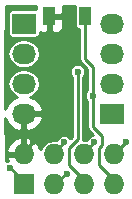
<source format=gbr>
G04 #@! TF.FileFunction,Copper,L1,Top,Signal*
%FSLAX46Y46*%
G04 Gerber Fmt 4.6, Leading zero omitted, Abs format (unit mm)*
G04 Created by KiCad (PCBNEW 4.0.2-stable) date 12/27/2016 12:03:46 PM*
%MOMM*%
G01*
G04 APERTURE LIST*
%ADD10C,0.100000*%
%ADD11R,1.727200X1.727200*%
%ADD12O,1.727200X1.727200*%
%ADD13R,2.032000X1.727200*%
%ADD14O,2.032000X1.727200*%
%ADD15R,1.000000X1.600000*%
%ADD16C,0.600000*%
%ADD17C,0.250000*%
%ADD18C,0.254000*%
G04 APERTURE END LIST*
D10*
D11*
X133350000Y-120777000D03*
D12*
X133350000Y-118237000D03*
X135890000Y-120777000D03*
X135890000Y-118237000D03*
X138430000Y-120777000D03*
X138430000Y-118237000D03*
X140970000Y-120777000D03*
X140970000Y-118237000D03*
D13*
X133350000Y-107188000D03*
D14*
X133350000Y-109728000D03*
X133350000Y-112268000D03*
X133350000Y-114808000D03*
D13*
X140843000Y-114808000D03*
D14*
X140843000Y-112268000D03*
X140843000Y-109728000D03*
X140843000Y-107188000D03*
D15*
X135533000Y-106553000D03*
X138533000Y-106553000D03*
D16*
X132207000Y-119380000D03*
X134112000Y-117221000D03*
X137033000Y-119888000D03*
X136779000Y-117221000D03*
X137922000Y-111252000D03*
X139319000Y-117221000D03*
X139192000Y-113284000D03*
X141986000Y-117221000D03*
D17*
X133350000Y-120777000D02*
X133350000Y-120523000D01*
X133350000Y-120523000D02*
X132207000Y-119380000D01*
X133731000Y-112268000D02*
X133350000Y-112268000D01*
X133350000Y-120777000D02*
X133350000Y-120396000D01*
X133350000Y-120777000D02*
X133350000Y-120269000D01*
X134112000Y-117221000D02*
X136144000Y-115189000D01*
X135533000Y-107847000D02*
X135533000Y-106553000D01*
X136144000Y-108458000D02*
X135533000Y-107847000D01*
X136144000Y-115189000D02*
X136144000Y-108458000D01*
X133350000Y-118237000D02*
X133350000Y-117983000D01*
X133350000Y-117983000D02*
X134112000Y-117221000D01*
X135890000Y-120777000D02*
X136017000Y-120777000D01*
X136017000Y-120777000D02*
X136906000Y-119888000D01*
X136906000Y-119888000D02*
X137033000Y-119888000D01*
X135890000Y-118110000D02*
X136779000Y-117221000D01*
X135890000Y-118237000D02*
X135890000Y-118110000D01*
X133350000Y-109855000D02*
X133350000Y-109728000D01*
X135890000Y-118237000D02*
X135890000Y-118040998D01*
X138430000Y-120396000D02*
X137160000Y-119126000D01*
X137160000Y-119126000D02*
X137160000Y-117729000D01*
X137160000Y-117729000D02*
X137922000Y-116967000D01*
X137922000Y-116967000D02*
X137922000Y-111252000D01*
X138430000Y-120777000D02*
X138430000Y-120396000D01*
X138430000Y-120777000D02*
X138430000Y-120269000D01*
X138430000Y-118110000D02*
X139319000Y-117221000D01*
X138430000Y-118237000D02*
X138430000Y-118110000D01*
X138533000Y-106553000D02*
X138533000Y-110212000D01*
X139192000Y-110871000D02*
X139192000Y-113284000D01*
X138533000Y-110212000D02*
X139192000Y-110871000D01*
X140970000Y-120777000D02*
X140970000Y-120396000D01*
X140970000Y-120396000D02*
X139700000Y-119126000D01*
X139700000Y-119126000D02*
X139700000Y-117729000D01*
X139700000Y-117729000D02*
X139954000Y-117475000D01*
X139954000Y-117475000D02*
X139954000Y-116713000D01*
X139954000Y-116713000D02*
X139192000Y-115951000D01*
X139192000Y-115951000D02*
X139192000Y-113284000D01*
X140970000Y-120777000D02*
X140970000Y-120650000D01*
X138533000Y-106553000D02*
X138533000Y-107339000D01*
X140970000Y-118237000D02*
X141986000Y-117221000D01*
X140970000Y-114935000D02*
X140843000Y-114808000D01*
D18*
G36*
X134398000Y-105997474D02*
X134366000Y-105990994D01*
X132334000Y-105990994D01*
X132212821Y-106013795D01*
X132101526Y-106085412D01*
X132026862Y-106194686D01*
X132000594Y-106324400D01*
X132000594Y-108051600D01*
X132023395Y-108172779D01*
X132095012Y-108284074D01*
X132204286Y-108358738D01*
X132334000Y-108385006D01*
X134366000Y-108385006D01*
X134487179Y-108362205D01*
X134598474Y-108290588D01*
X134673138Y-108181314D01*
X134699406Y-108051600D01*
X134699406Y-107902140D01*
X134906691Y-107988000D01*
X135247250Y-107988000D01*
X135406000Y-107829250D01*
X135406000Y-106680000D01*
X135660000Y-106680000D01*
X135660000Y-107829250D01*
X135818750Y-107988000D01*
X136159309Y-107988000D01*
X136392698Y-107891327D01*
X136571327Y-107712699D01*
X136668000Y-107479310D01*
X136668000Y-106838750D01*
X136509250Y-106680000D01*
X135660000Y-106680000D01*
X135406000Y-106680000D01*
X135386000Y-106680000D01*
X135386000Y-106426000D01*
X135406000Y-106426000D01*
X135406000Y-106406000D01*
X135660000Y-106406000D01*
X135660000Y-106426000D01*
X136509250Y-106426000D01*
X136668000Y-106267250D01*
X136668000Y-105685000D01*
X137713364Y-105685000D01*
X137699594Y-105753000D01*
X137699594Y-107353000D01*
X137722395Y-107474179D01*
X137794012Y-107585474D01*
X137903286Y-107660138D01*
X138033000Y-107686406D01*
X138081000Y-107686406D01*
X138081000Y-110212000D01*
X138115406Y-110384973D01*
X138213388Y-110531612D01*
X138740000Y-111058224D01*
X138740000Y-112849272D01*
X138660765Y-112928369D01*
X138565109Y-113158735D01*
X138564891Y-113408171D01*
X138660145Y-113638703D01*
X138740000Y-113718698D01*
X138740000Y-115951000D01*
X138774406Y-116123973D01*
X138872388Y-116270612D01*
X139195668Y-116593892D01*
X139194829Y-116593891D01*
X138964297Y-116689145D01*
X138787765Y-116865369D01*
X138699981Y-117076777D01*
X138430000Y-117023075D01*
X138360080Y-117036983D01*
X138374000Y-116967000D01*
X138374000Y-111686728D01*
X138453235Y-111607631D01*
X138548891Y-111377265D01*
X138549109Y-111127829D01*
X138453855Y-110897297D01*
X138277631Y-110720765D01*
X138047265Y-110625109D01*
X137797829Y-110624891D01*
X137567297Y-110720145D01*
X137390765Y-110896369D01*
X137295109Y-111126735D01*
X137294891Y-111376171D01*
X137390145Y-111606703D01*
X137470000Y-111686698D01*
X137470000Y-116779776D01*
X137332089Y-116917687D01*
X137310855Y-116866297D01*
X137134631Y-116689765D01*
X136904265Y-116594109D01*
X136654829Y-116593891D01*
X136424297Y-116689145D01*
X136247765Y-116865369D01*
X136159981Y-117076777D01*
X135890000Y-117023075D01*
X135434377Y-117113704D01*
X135048119Y-117371794D01*
X134790029Y-117758052D01*
X134777734Y-117819864D01*
X134556821Y-117348510D01*
X134124947Y-116954312D01*
X133709026Y-116782042D01*
X133477000Y-116903183D01*
X133477000Y-118110000D01*
X133497000Y-118110000D01*
X133497000Y-118364000D01*
X133477000Y-118364000D01*
X133477000Y-118384000D01*
X133223000Y-118384000D01*
X133223000Y-118364000D01*
X132015531Y-118364000D01*
X131895032Y-118596027D01*
X131987091Y-118792449D01*
X131852297Y-118848145D01*
X131847000Y-118853433D01*
X131847000Y-117877973D01*
X131895032Y-117877973D01*
X132015531Y-118110000D01*
X133223000Y-118110000D01*
X133223000Y-116903183D01*
X132990974Y-116782042D01*
X132575053Y-116954312D01*
X132143179Y-117348510D01*
X131895032Y-117877973D01*
X131847000Y-117877973D01*
X131847000Y-116586000D01*
X131816400Y-116432161D01*
X131745488Y-116326034D01*
X131753886Y-115200635D01*
X131999268Y-115710036D01*
X132435680Y-116099954D01*
X132988087Y-116293184D01*
X133223000Y-116148924D01*
X133223000Y-114935000D01*
X133477000Y-114935000D01*
X133477000Y-116148924D01*
X133711913Y-116293184D01*
X134264320Y-116099954D01*
X134700732Y-115710036D01*
X134954709Y-115182791D01*
X134957358Y-115167026D01*
X134836217Y-114935000D01*
X133477000Y-114935000D01*
X133223000Y-114935000D01*
X133203000Y-114935000D01*
X133203000Y-114681000D01*
X133223000Y-114681000D01*
X133223000Y-114661000D01*
X133477000Y-114661000D01*
X133477000Y-114681000D01*
X134836217Y-114681000D01*
X134957358Y-114448974D01*
X134954709Y-114433209D01*
X134700732Y-113905964D01*
X134264320Y-113516046D01*
X133892961Y-113386146D01*
X133984334Y-113367971D01*
X134370592Y-113109881D01*
X134628682Y-112723623D01*
X134719311Y-112268000D01*
X134628682Y-111812377D01*
X134370592Y-111426119D01*
X133984334Y-111168029D01*
X133528711Y-111077400D01*
X133171289Y-111077400D01*
X132715666Y-111168029D01*
X132329408Y-111426119D01*
X132071318Y-111812377D01*
X131980689Y-112268000D01*
X132071318Y-112723623D01*
X132329408Y-113109881D01*
X132715666Y-113367971D01*
X132807039Y-113386146D01*
X132435680Y-113516046D01*
X131999268Y-113905964D01*
X131759839Y-114403008D01*
X131794726Y-109728000D01*
X131980689Y-109728000D01*
X132071318Y-110183623D01*
X132329408Y-110569881D01*
X132715666Y-110827971D01*
X133171289Y-110918600D01*
X133528711Y-110918600D01*
X133984334Y-110827971D01*
X134370592Y-110569881D01*
X134628682Y-110183623D01*
X134719311Y-109728000D01*
X134628682Y-109272377D01*
X134370592Y-108886119D01*
X133984334Y-108628029D01*
X133528711Y-108537400D01*
X133171289Y-108537400D01*
X132715666Y-108628029D01*
X132329408Y-108886119D01*
X132071318Y-109272377D01*
X131980689Y-109728000D01*
X131794726Y-109728000D01*
X131824898Y-105685000D01*
X134398000Y-105685000D01*
X134398000Y-105997474D01*
X134398000Y-105997474D01*
G37*
X134398000Y-105997474D02*
X134366000Y-105990994D01*
X132334000Y-105990994D01*
X132212821Y-106013795D01*
X132101526Y-106085412D01*
X132026862Y-106194686D01*
X132000594Y-106324400D01*
X132000594Y-108051600D01*
X132023395Y-108172779D01*
X132095012Y-108284074D01*
X132204286Y-108358738D01*
X132334000Y-108385006D01*
X134366000Y-108385006D01*
X134487179Y-108362205D01*
X134598474Y-108290588D01*
X134673138Y-108181314D01*
X134699406Y-108051600D01*
X134699406Y-107902140D01*
X134906691Y-107988000D01*
X135247250Y-107988000D01*
X135406000Y-107829250D01*
X135406000Y-106680000D01*
X135660000Y-106680000D01*
X135660000Y-107829250D01*
X135818750Y-107988000D01*
X136159309Y-107988000D01*
X136392698Y-107891327D01*
X136571327Y-107712699D01*
X136668000Y-107479310D01*
X136668000Y-106838750D01*
X136509250Y-106680000D01*
X135660000Y-106680000D01*
X135406000Y-106680000D01*
X135386000Y-106680000D01*
X135386000Y-106426000D01*
X135406000Y-106426000D01*
X135406000Y-106406000D01*
X135660000Y-106406000D01*
X135660000Y-106426000D01*
X136509250Y-106426000D01*
X136668000Y-106267250D01*
X136668000Y-105685000D01*
X137713364Y-105685000D01*
X137699594Y-105753000D01*
X137699594Y-107353000D01*
X137722395Y-107474179D01*
X137794012Y-107585474D01*
X137903286Y-107660138D01*
X138033000Y-107686406D01*
X138081000Y-107686406D01*
X138081000Y-110212000D01*
X138115406Y-110384973D01*
X138213388Y-110531612D01*
X138740000Y-111058224D01*
X138740000Y-112849272D01*
X138660765Y-112928369D01*
X138565109Y-113158735D01*
X138564891Y-113408171D01*
X138660145Y-113638703D01*
X138740000Y-113718698D01*
X138740000Y-115951000D01*
X138774406Y-116123973D01*
X138872388Y-116270612D01*
X139195668Y-116593892D01*
X139194829Y-116593891D01*
X138964297Y-116689145D01*
X138787765Y-116865369D01*
X138699981Y-117076777D01*
X138430000Y-117023075D01*
X138360080Y-117036983D01*
X138374000Y-116967000D01*
X138374000Y-111686728D01*
X138453235Y-111607631D01*
X138548891Y-111377265D01*
X138549109Y-111127829D01*
X138453855Y-110897297D01*
X138277631Y-110720765D01*
X138047265Y-110625109D01*
X137797829Y-110624891D01*
X137567297Y-110720145D01*
X137390765Y-110896369D01*
X137295109Y-111126735D01*
X137294891Y-111376171D01*
X137390145Y-111606703D01*
X137470000Y-111686698D01*
X137470000Y-116779776D01*
X137332089Y-116917687D01*
X137310855Y-116866297D01*
X137134631Y-116689765D01*
X136904265Y-116594109D01*
X136654829Y-116593891D01*
X136424297Y-116689145D01*
X136247765Y-116865369D01*
X136159981Y-117076777D01*
X135890000Y-117023075D01*
X135434377Y-117113704D01*
X135048119Y-117371794D01*
X134790029Y-117758052D01*
X134777734Y-117819864D01*
X134556821Y-117348510D01*
X134124947Y-116954312D01*
X133709026Y-116782042D01*
X133477000Y-116903183D01*
X133477000Y-118110000D01*
X133497000Y-118110000D01*
X133497000Y-118364000D01*
X133477000Y-118364000D01*
X133477000Y-118384000D01*
X133223000Y-118384000D01*
X133223000Y-118364000D01*
X132015531Y-118364000D01*
X131895032Y-118596027D01*
X131987091Y-118792449D01*
X131852297Y-118848145D01*
X131847000Y-118853433D01*
X131847000Y-117877973D01*
X131895032Y-117877973D01*
X132015531Y-118110000D01*
X133223000Y-118110000D01*
X133223000Y-116903183D01*
X132990974Y-116782042D01*
X132575053Y-116954312D01*
X132143179Y-117348510D01*
X131895032Y-117877973D01*
X131847000Y-117877973D01*
X131847000Y-116586000D01*
X131816400Y-116432161D01*
X131745488Y-116326034D01*
X131753886Y-115200635D01*
X131999268Y-115710036D01*
X132435680Y-116099954D01*
X132988087Y-116293184D01*
X133223000Y-116148924D01*
X133223000Y-114935000D01*
X133477000Y-114935000D01*
X133477000Y-116148924D01*
X133711913Y-116293184D01*
X134264320Y-116099954D01*
X134700732Y-115710036D01*
X134954709Y-115182791D01*
X134957358Y-115167026D01*
X134836217Y-114935000D01*
X133477000Y-114935000D01*
X133223000Y-114935000D01*
X133203000Y-114935000D01*
X133203000Y-114681000D01*
X133223000Y-114681000D01*
X133223000Y-114661000D01*
X133477000Y-114661000D01*
X133477000Y-114681000D01*
X134836217Y-114681000D01*
X134957358Y-114448974D01*
X134954709Y-114433209D01*
X134700732Y-113905964D01*
X134264320Y-113516046D01*
X133892961Y-113386146D01*
X133984334Y-113367971D01*
X134370592Y-113109881D01*
X134628682Y-112723623D01*
X134719311Y-112268000D01*
X134628682Y-111812377D01*
X134370592Y-111426119D01*
X133984334Y-111168029D01*
X133528711Y-111077400D01*
X133171289Y-111077400D01*
X132715666Y-111168029D01*
X132329408Y-111426119D01*
X132071318Y-111812377D01*
X131980689Y-112268000D01*
X132071318Y-112723623D01*
X132329408Y-113109881D01*
X132715666Y-113367971D01*
X132807039Y-113386146D01*
X132435680Y-113516046D01*
X131999268Y-113905964D01*
X131759839Y-114403008D01*
X131794726Y-109728000D01*
X131980689Y-109728000D01*
X132071318Y-110183623D01*
X132329408Y-110569881D01*
X132715666Y-110827971D01*
X133171289Y-110918600D01*
X133528711Y-110918600D01*
X133984334Y-110827971D01*
X134370592Y-110569881D01*
X134628682Y-110183623D01*
X134719311Y-109728000D01*
X134628682Y-109272377D01*
X134370592Y-108886119D01*
X133984334Y-108628029D01*
X133528711Y-108537400D01*
X133171289Y-108537400D01*
X132715666Y-108628029D01*
X132329408Y-108886119D01*
X132071318Y-109272377D01*
X131980689Y-109728000D01*
X131794726Y-109728000D01*
X131824898Y-105685000D01*
X134398000Y-105685000D01*
X134398000Y-105997474D01*
M02*

</source>
